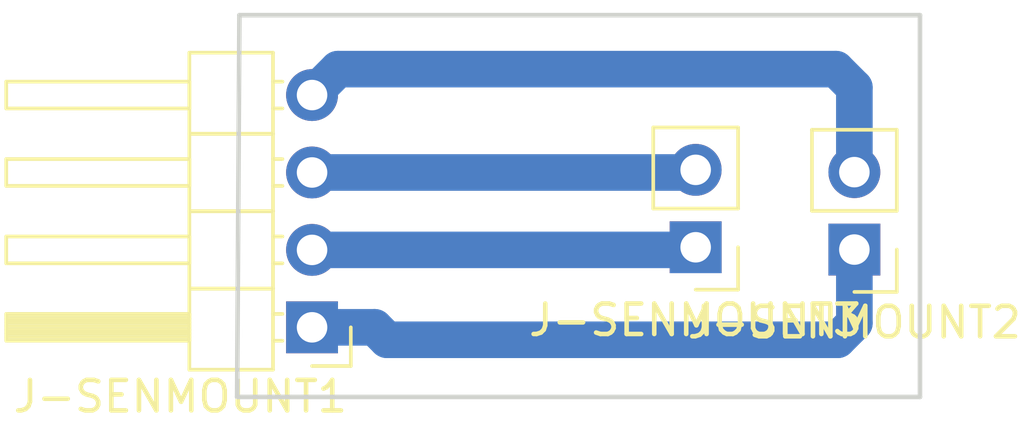
<source format=kicad_pcb>
(kicad_pcb (version 4) (host pcbnew 4.0.6)

  (general
    (links 4)
    (no_connects 0)
    (area 142.724999 79.924999 165.250001 92.600001)
    (thickness 1.6)
    (drawings 4)
    (tracks 13)
    (zones 0)
    (modules 3)
    (nets 5)
  )

  (page A4)
  (layers
    (0 F.Cu signal)
    (31 B.Cu signal)
    (32 B.Adhes user)
    (33 F.Adhes user)
    (34 B.Paste user)
    (35 F.Paste user)
    (36 B.SilkS user)
    (37 F.SilkS user)
    (38 B.Mask user)
    (39 F.Mask user)
    (40 Dwgs.User user)
    (41 Cmts.User user)
    (42 Eco1.User user)
    (43 Eco2.User user)
    (44 Edge.Cuts user)
    (45 Margin user)
    (46 B.CrtYd user)
    (47 F.CrtYd user)
    (48 B.Fab user)
    (49 F.Fab user)
  )

  (setup
    (last_trace_width 0.25)
    (user_trace_width 0.8)
    (user_trace_width 1.2)
    (user_trace_width 1.6)
    (trace_clearance 0.15)
    (zone_clearance 0.508)
    (zone_45_only no)
    (trace_min 0.2)
    (segment_width 0.2)
    (edge_width 0.15)
    (via_size 0.6)
    (via_drill 0.4)
    (via_min_size 0.4)
    (via_min_drill 0.3)
    (user_via 1.6 0.8)
    (uvia_size 0.3)
    (uvia_drill 0.1)
    (uvias_allowed no)
    (uvia_min_size 0.2)
    (uvia_min_drill 0.1)
    (pcb_text_width 0.3)
    (pcb_text_size 1.5 1.5)
    (mod_edge_width 0.15)
    (mod_text_size 1 1)
    (mod_text_width 0.15)
    (pad_size 1.524 1.524)
    (pad_drill 0.762)
    (pad_to_mask_clearance 0.2)
    (aux_axis_origin 0 0)
    (visible_elements FFFFFF7F)
    (pcbplotparams
      (layerselection 0x00030_80000001)
      (usegerberextensions false)
      (excludeedgelayer true)
      (linewidth 0.100000)
      (plotframeref false)
      (viasonmask false)
      (mode 1)
      (useauxorigin false)
      (hpglpennumber 1)
      (hpglpenspeed 20)
      (hpglpendiameter 15)
      (hpglpenoverlay 2)
      (psnegative false)
      (psa4output false)
      (plotreference true)
      (plotvalue true)
      (plotinvisibletext false)
      (padsonsilk false)
      (subtractmaskfromsilk false)
      (outputformat 1)
      (mirror false)
      (drillshape 1)
      (scaleselection 1)
      (outputdirectory ""))
  )

  (net 0 "")
  (net 1 /VSEN-)
  (net 2 /IN-)
  (net 3 /IN+)
  (net 4 /VSEN+)

  (net_class Default "This is the default net class."
    (clearance 0.15)
    (trace_width 0.25)
    (via_dia 0.6)
    (via_drill 0.4)
    (uvia_dia 0.3)
    (uvia_drill 0.1)
    (add_net /IN+)
    (add_net /IN-)
    (add_net /VSEN+)
    (add_net /VSEN-)
  )

  (module Pin_Headers:Pin_Header_Angled_1x04_Pitch2.54mm (layer F.Cu) (tedit 5862ED52) (tstamp 59DD6A90)
    (at 145.255066 90.241114 180)
    (descr "Through hole angled pin header, 1x04, 2.54mm pitch, 6mm pin length, single row")
    (tags "Through hole angled pin header THT 1x04 2.54mm single row")
    (path /59DD6908)
    (fp_text reference J-SENMOUNT1 (at 4.315 -2.27 180) (layer F.SilkS)
      (effects (font (size 1 1) (thickness 0.15)))
    )
    (fp_text value CONN_01X04 (at 4.315 9.89 180) (layer F.Fab)
      (effects (font (size 1 1) (thickness 0.15)))
    )
    (fp_line (start 1.4 -1.27) (end 1.4 1.27) (layer F.Fab) (width 0.1))
    (fp_line (start 1.4 1.27) (end 3.9 1.27) (layer F.Fab) (width 0.1))
    (fp_line (start 3.9 1.27) (end 3.9 -1.27) (layer F.Fab) (width 0.1))
    (fp_line (start 3.9 -1.27) (end 1.4 -1.27) (layer F.Fab) (width 0.1))
    (fp_line (start 0 -0.32) (end 0 0.32) (layer F.Fab) (width 0.1))
    (fp_line (start 0 0.32) (end 9.9 0.32) (layer F.Fab) (width 0.1))
    (fp_line (start 9.9 0.32) (end 9.9 -0.32) (layer F.Fab) (width 0.1))
    (fp_line (start 9.9 -0.32) (end 0 -0.32) (layer F.Fab) (width 0.1))
    (fp_line (start 1.4 1.27) (end 1.4 3.81) (layer F.Fab) (width 0.1))
    (fp_line (start 1.4 3.81) (end 3.9 3.81) (layer F.Fab) (width 0.1))
    (fp_line (start 3.9 3.81) (end 3.9 1.27) (layer F.Fab) (width 0.1))
    (fp_line (start 3.9 1.27) (end 1.4 1.27) (layer F.Fab) (width 0.1))
    (fp_line (start 0 2.22) (end 0 2.86) (layer F.Fab) (width 0.1))
    (fp_line (start 0 2.86) (end 9.9 2.86) (layer F.Fab) (width 0.1))
    (fp_line (start 9.9 2.86) (end 9.9 2.22) (layer F.Fab) (width 0.1))
    (fp_line (start 9.9 2.22) (end 0 2.22) (layer F.Fab) (width 0.1))
    (fp_line (start 1.4 3.81) (end 1.4 6.35) (layer F.Fab) (width 0.1))
    (fp_line (start 1.4 6.35) (end 3.9 6.35) (layer F.Fab) (width 0.1))
    (fp_line (start 3.9 6.35) (end 3.9 3.81) (layer F.Fab) (width 0.1))
    (fp_line (start 3.9 3.81) (end 1.4 3.81) (layer F.Fab) (width 0.1))
    (fp_line (start 0 4.76) (end 0 5.4) (layer F.Fab) (width 0.1))
    (fp_line (start 0 5.4) (end 9.9 5.4) (layer F.Fab) (width 0.1))
    (fp_line (start 9.9 5.4) (end 9.9 4.76) (layer F.Fab) (width 0.1))
    (fp_line (start 9.9 4.76) (end 0 4.76) (layer F.Fab) (width 0.1))
    (fp_line (start 1.4 6.35) (end 1.4 8.89) (layer F.Fab) (width 0.1))
    (fp_line (start 1.4 8.89) (end 3.9 8.89) (layer F.Fab) (width 0.1))
    (fp_line (start 3.9 8.89) (end 3.9 6.35) (layer F.Fab) (width 0.1))
    (fp_line (start 3.9 6.35) (end 1.4 6.35) (layer F.Fab) (width 0.1))
    (fp_line (start 0 7.3) (end 0 7.94) (layer F.Fab) (width 0.1))
    (fp_line (start 0 7.94) (end 9.9 7.94) (layer F.Fab) (width 0.1))
    (fp_line (start 9.9 7.94) (end 9.9 7.3) (layer F.Fab) (width 0.1))
    (fp_line (start 9.9 7.3) (end 0 7.3) (layer F.Fab) (width 0.1))
    (fp_line (start 1.28 -1.39) (end 1.28 1.27) (layer F.SilkS) (width 0.12))
    (fp_line (start 1.28 1.27) (end 4.02 1.27) (layer F.SilkS) (width 0.12))
    (fp_line (start 4.02 1.27) (end 4.02 -1.39) (layer F.SilkS) (width 0.12))
    (fp_line (start 4.02 -1.39) (end 1.28 -1.39) (layer F.SilkS) (width 0.12))
    (fp_line (start 4.02 -0.44) (end 4.02 0.44) (layer F.SilkS) (width 0.12))
    (fp_line (start 4.02 0.44) (end 10.02 0.44) (layer F.SilkS) (width 0.12))
    (fp_line (start 10.02 0.44) (end 10.02 -0.44) (layer F.SilkS) (width 0.12))
    (fp_line (start 10.02 -0.44) (end 4.02 -0.44) (layer F.SilkS) (width 0.12))
    (fp_line (start 0.97 -0.44) (end 1.28 -0.44) (layer F.SilkS) (width 0.12))
    (fp_line (start 0.97 0.44) (end 1.28 0.44) (layer F.SilkS) (width 0.12))
    (fp_line (start 4.02 -0.32) (end 10.02 -0.32) (layer F.SilkS) (width 0.12))
    (fp_line (start 4.02 -0.2) (end 10.02 -0.2) (layer F.SilkS) (width 0.12))
    (fp_line (start 4.02 -0.08) (end 10.02 -0.08) (layer F.SilkS) (width 0.12))
    (fp_line (start 4.02 0.04) (end 10.02 0.04) (layer F.SilkS) (width 0.12))
    (fp_line (start 4.02 0.16) (end 10.02 0.16) (layer F.SilkS) (width 0.12))
    (fp_line (start 4.02 0.28) (end 10.02 0.28) (layer F.SilkS) (width 0.12))
    (fp_line (start 4.02 0.4) (end 10.02 0.4) (layer F.SilkS) (width 0.12))
    (fp_line (start 1.28 1.27) (end 1.28 3.81) (layer F.SilkS) (width 0.12))
    (fp_line (start 1.28 3.81) (end 4.02 3.81) (layer F.SilkS) (width 0.12))
    (fp_line (start 4.02 3.81) (end 4.02 1.27) (layer F.SilkS) (width 0.12))
    (fp_line (start 4.02 1.27) (end 1.28 1.27) (layer F.SilkS) (width 0.12))
    (fp_line (start 4.02 2.1) (end 4.02 2.98) (layer F.SilkS) (width 0.12))
    (fp_line (start 4.02 2.98) (end 10.02 2.98) (layer F.SilkS) (width 0.12))
    (fp_line (start 10.02 2.98) (end 10.02 2.1) (layer F.SilkS) (width 0.12))
    (fp_line (start 10.02 2.1) (end 4.02 2.1) (layer F.SilkS) (width 0.12))
    (fp_line (start 0.97 2.1) (end 1.28 2.1) (layer F.SilkS) (width 0.12))
    (fp_line (start 0.97 2.98) (end 1.28 2.98) (layer F.SilkS) (width 0.12))
    (fp_line (start 1.28 3.81) (end 1.28 6.35) (layer F.SilkS) (width 0.12))
    (fp_line (start 1.28 6.35) (end 4.02 6.35) (layer F.SilkS) (width 0.12))
    (fp_line (start 4.02 6.35) (end 4.02 3.81) (layer F.SilkS) (width 0.12))
    (fp_line (start 4.02 3.81) (end 1.28 3.81) (layer F.SilkS) (width 0.12))
    (fp_line (start 4.02 4.64) (end 4.02 5.52) (layer F.SilkS) (width 0.12))
    (fp_line (start 4.02 5.52) (end 10.02 5.52) (layer F.SilkS) (width 0.12))
    (fp_line (start 10.02 5.52) (end 10.02 4.64) (layer F.SilkS) (width 0.12))
    (fp_line (start 10.02 4.64) (end 4.02 4.64) (layer F.SilkS) (width 0.12))
    (fp_line (start 0.97 4.64) (end 1.28 4.64) (layer F.SilkS) (width 0.12))
    (fp_line (start 0.97 5.52) (end 1.28 5.52) (layer F.SilkS) (width 0.12))
    (fp_line (start 1.28 6.35) (end 1.28 9.01) (layer F.SilkS) (width 0.12))
    (fp_line (start 1.28 9.01) (end 4.02 9.01) (layer F.SilkS) (width 0.12))
    (fp_line (start 4.02 9.01) (end 4.02 6.35) (layer F.SilkS) (width 0.12))
    (fp_line (start 4.02 6.35) (end 1.28 6.35) (layer F.SilkS) (width 0.12))
    (fp_line (start 4.02 7.18) (end 4.02 8.06) (layer F.SilkS) (width 0.12))
    (fp_line (start 4.02 8.06) (end 10.02 8.06) (layer F.SilkS) (width 0.12))
    (fp_line (start 10.02 8.06) (end 10.02 7.18) (layer F.SilkS) (width 0.12))
    (fp_line (start 10.02 7.18) (end 4.02 7.18) (layer F.SilkS) (width 0.12))
    (fp_line (start 0.97 7.18) (end 1.28 7.18) (layer F.SilkS) (width 0.12))
    (fp_line (start 0.97 8.06) (end 1.28 8.06) (layer F.SilkS) (width 0.12))
    (fp_line (start -1.27 0) (end -1.27 -1.27) (layer F.SilkS) (width 0.12))
    (fp_line (start -1.27 -1.27) (end 0 -1.27) (layer F.SilkS) (width 0.12))
    (fp_line (start -1.6 -1.6) (end -1.6 9.2) (layer F.CrtYd) (width 0.05))
    (fp_line (start -1.6 9.2) (end 10.2 9.2) (layer F.CrtYd) (width 0.05))
    (fp_line (start 10.2 9.2) (end 10.2 -1.6) (layer F.CrtYd) (width 0.05))
    (fp_line (start 10.2 -1.6) (end -1.6 -1.6) (layer F.CrtYd) (width 0.05))
    (pad 1 thru_hole rect (at 0 0 180) (size 1.7 1.7) (drill 1) (layers *.Cu *.Mask)
      (net 4 /VSEN+))
    (pad 2 thru_hole oval (at 0 2.54 180) (size 1.7 1.7) (drill 1) (layers *.Cu *.Mask)
      (net 2 /IN-))
    (pad 3 thru_hole oval (at 0 5.08 180) (size 1.7 1.7) (drill 1) (layers *.Cu *.Mask)
      (net 3 /IN+))
    (pad 4 thru_hole oval (at 0 7.62 180) (size 1.7 1.7) (drill 1) (layers *.Cu *.Mask)
      (net 1 /VSEN-))
    (model Pin_Headers.3dshapes/Pin_Header_Angled_1x04_Pitch2.54mm.wrl
      (at (xyz 0 -0.15 0))
      (scale (xyz 1 1 1))
      (rotate (xyz 0 0 90))
    )
  )

  (module Pin_Headers:Pin_Header_Straight_1x02_Pitch2.54mm (layer F.Cu) (tedit 5862ED52) (tstamp 59DD6A96)
    (at 163.025 87.69 180)
    (descr "Through hole straight pin header, 1x02, 2.54mm pitch, single row")
    (tags "Through hole pin header THT 1x02 2.54mm single row")
    (path /59DD69FB)
    (fp_text reference J-SENMOUNT2 (at 0 -2.39 180) (layer F.SilkS)
      (effects (font (size 1 1) (thickness 0.15)))
    )
    (fp_text value CONN_01X02 (at 0 4.93 180) (layer F.Fab)
      (effects (font (size 1 1) (thickness 0.15)))
    )
    (fp_line (start -1.27 -1.27) (end -1.27 3.81) (layer F.Fab) (width 0.1))
    (fp_line (start -1.27 3.81) (end 1.27 3.81) (layer F.Fab) (width 0.1))
    (fp_line (start 1.27 3.81) (end 1.27 -1.27) (layer F.Fab) (width 0.1))
    (fp_line (start 1.27 -1.27) (end -1.27 -1.27) (layer F.Fab) (width 0.1))
    (fp_line (start -1.39 1.27) (end -1.39 3.93) (layer F.SilkS) (width 0.12))
    (fp_line (start -1.39 3.93) (end 1.39 3.93) (layer F.SilkS) (width 0.12))
    (fp_line (start 1.39 3.93) (end 1.39 1.27) (layer F.SilkS) (width 0.12))
    (fp_line (start 1.39 1.27) (end -1.39 1.27) (layer F.SilkS) (width 0.12))
    (fp_line (start -1.39 0) (end -1.39 -1.39) (layer F.SilkS) (width 0.12))
    (fp_line (start -1.39 -1.39) (end 0 -1.39) (layer F.SilkS) (width 0.12))
    (fp_line (start -1.6 -1.6) (end -1.6 4.1) (layer F.CrtYd) (width 0.05))
    (fp_line (start -1.6 4.1) (end 1.6 4.1) (layer F.CrtYd) (width 0.05))
    (fp_line (start 1.6 4.1) (end 1.6 -1.6) (layer F.CrtYd) (width 0.05))
    (fp_line (start 1.6 -1.6) (end -1.6 -1.6) (layer F.CrtYd) (width 0.05))
    (pad 1 thru_hole rect (at 0 0 180) (size 1.7 1.7) (drill 1) (layers *.Cu *.Mask)
      (net 4 /VSEN+))
    (pad 2 thru_hole oval (at 0 2.54 180) (size 1.7 1.7) (drill 1) (layers *.Cu *.Mask)
      (net 1 /VSEN-))
    (model Pin_Headers.3dshapes/Pin_Header_Straight_1x02_Pitch2.54mm.wrl
      (at (xyz 0 -0.05 0))
      (scale (xyz 1 1 1))
      (rotate (xyz 0 0 90))
    )
  )

  (module Pin_Headers:Pin_Header_Straight_1x02_Pitch2.54mm (layer F.Cu) (tedit 5862ED52) (tstamp 59DD6A9C)
    (at 157.825 87.615 180)
    (descr "Through hole straight pin header, 1x02, 2.54mm pitch, single row")
    (tags "Through hole pin header THT 1x02 2.54mm single row")
    (path /59DD6A3A)
    (fp_text reference J-SENMOUNT3 (at 0 -2.39 180) (layer F.SilkS)
      (effects (font (size 1 1) (thickness 0.15)))
    )
    (fp_text value CONN_01X02 (at 0 4.93 180) (layer F.Fab)
      (effects (font (size 1 1) (thickness 0.15)))
    )
    (fp_line (start -1.27 -1.27) (end -1.27 3.81) (layer F.Fab) (width 0.1))
    (fp_line (start -1.27 3.81) (end 1.27 3.81) (layer F.Fab) (width 0.1))
    (fp_line (start 1.27 3.81) (end 1.27 -1.27) (layer F.Fab) (width 0.1))
    (fp_line (start 1.27 -1.27) (end -1.27 -1.27) (layer F.Fab) (width 0.1))
    (fp_line (start -1.39 1.27) (end -1.39 3.93) (layer F.SilkS) (width 0.12))
    (fp_line (start -1.39 3.93) (end 1.39 3.93) (layer F.SilkS) (width 0.12))
    (fp_line (start 1.39 3.93) (end 1.39 1.27) (layer F.SilkS) (width 0.12))
    (fp_line (start 1.39 1.27) (end -1.39 1.27) (layer F.SilkS) (width 0.12))
    (fp_line (start -1.39 0) (end -1.39 -1.39) (layer F.SilkS) (width 0.12))
    (fp_line (start -1.39 -1.39) (end 0 -1.39) (layer F.SilkS) (width 0.12))
    (fp_line (start -1.6 -1.6) (end -1.6 4.1) (layer F.CrtYd) (width 0.05))
    (fp_line (start -1.6 4.1) (end 1.6 4.1) (layer F.CrtYd) (width 0.05))
    (fp_line (start 1.6 4.1) (end 1.6 -1.6) (layer F.CrtYd) (width 0.05))
    (fp_line (start 1.6 -1.6) (end -1.6 -1.6) (layer F.CrtYd) (width 0.05))
    (pad 1 thru_hole rect (at 0 0 180) (size 1.7 1.7) (drill 1) (layers *.Cu *.Mask)
      (net 2 /IN-))
    (pad 2 thru_hole oval (at 0 2.54 180) (size 1.7 1.7) (drill 1) (layers *.Cu *.Mask)
      (net 3 /IN+))
    (model Pin_Headers.3dshapes/Pin_Header_Straight_1x02_Pitch2.54mm.wrl
      (at (xyz 0 -0.05 0))
      (scale (xyz 1 1 1))
      (rotate (xyz 0 0 90))
    )
  )

  (gr_line (start 142.8 92.525) (end 142.875 80) (layer Edge.Cuts) (width 0.15))
  (gr_line (start 165.175 92.525) (end 142.8 92.525) (layer Edge.Cuts) (width 0.15))
  (gr_line (start 165.175 80) (end 165.175 92.525) (layer Edge.Cuts) (width 0.15))
  (gr_line (start 142.875 80) (end 165.175 80) (layer Edge.Cuts) (width 0.15))

  (segment (start 162.421115 81.771115) (end 163.025 82.375) (width 1.2) (layer B.Cu) (net 1))
  (segment (start 163.025 82.375) (end 163.025 85.15) (width 1.2) (layer B.Cu) (net 1))
  (segment (start 145.255066 82.621114) (end 146.105065 81.771115) (width 1.2) (layer B.Cu) (net 1))
  (segment (start 146.105065 81.771115) (end 162.421115 81.771115) (width 1.2) (layer B.Cu) (net 1))
  (segment (start 145.255066 87.701114) (end 157.738886 87.701114) (width 1.2) (layer B.Cu) (net 2))
  (segment (start 157.738886 87.701114) (end 157.825 87.615) (width 1.2) (layer B.Cu) (net 2))
  (segment (start 145.255066 85.161114) (end 157.738886 85.161114) (width 1.2) (layer B.Cu) (net 3))
  (segment (start 157.738886 85.161114) (end 157.825 85.075) (width 1.2) (layer B.Cu) (net 3))
  (segment (start 162.475 90.65) (end 163.025 90.1) (width 1.2) (layer B.Cu) (net 4))
  (segment (start 163.025 90.1) (end 163.025 87.69) (width 1.2) (layer B.Cu) (net 4))
  (segment (start 147.713952 90.65) (end 162.475 90.65) (width 1.2) (layer B.Cu) (net 4))
  (segment (start 145.255066 90.241114) (end 147.305066 90.241114) (width 1.2) (layer B.Cu) (net 4))
  (segment (start 147.305066 90.241114) (end 147.713952 90.65) (width 1.2) (layer B.Cu) (net 4))

)

</source>
